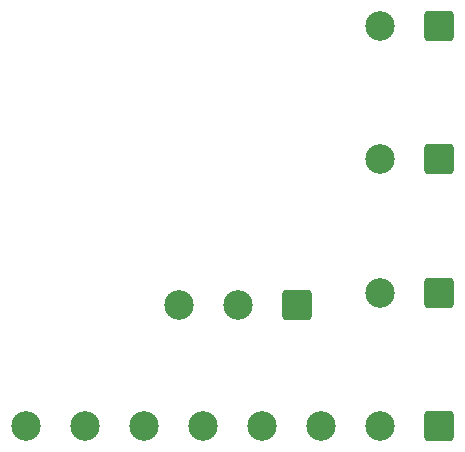
<source format=gbr>
%TF.GenerationSoftware,KiCad,Pcbnew,9.0.2*%
%TF.CreationDate,2025-05-31T05:55:54-04:00*%
%TF.ProjectId,micro autodoor,6d696372-6f20-4617-9574-6f646f6f722e,rev?*%
%TF.SameCoordinates,Original*%
%TF.FileFunction,Soldermask,Bot*%
%TF.FilePolarity,Negative*%
%FSLAX46Y46*%
G04 Gerber Fmt 4.6, Leading zero omitted, Abs format (unit mm)*
G04 Created by KiCad (PCBNEW 9.0.2) date 2025-05-31 05:55:54*
%MOMM*%
%LPD*%
G01*
G04 APERTURE LIST*
G04 Aperture macros list*
%AMRoundRect*
0 Rectangle with rounded corners*
0 $1 Rounding radius*
0 $2 $3 $4 $5 $6 $7 $8 $9 X,Y pos of 4 corners*
0 Add a 4 corners polygon primitive as box body*
4,1,4,$2,$3,$4,$5,$6,$7,$8,$9,$2,$3,0*
0 Add four circle primitives for the rounded corners*
1,1,$1+$1,$2,$3*
1,1,$1+$1,$4,$5*
1,1,$1+$1,$6,$7*
1,1,$1+$1,$8,$9*
0 Add four rect primitives between the rounded corners*
20,1,$1+$1,$2,$3,$4,$5,0*
20,1,$1+$1,$4,$5,$6,$7,0*
20,1,$1+$1,$6,$7,$8,$9,0*
20,1,$1+$1,$8,$9,$2,$3,0*%
G04 Aperture macros list end*
%ADD10RoundRect,0.250000X1.000000X1.000000X-1.000000X1.000000X-1.000000X-1.000000X1.000000X-1.000000X0*%
%ADD11C,2.500000*%
G04 APERTURE END LIST*
D10*
%TO.C,J5*%
X161150070Y-157327767D03*
D11*
X156150070Y-157327767D03*
X151150070Y-157327767D03*
X146150070Y-157327767D03*
X141150070Y-157327767D03*
X136150070Y-157327767D03*
X131150070Y-157327767D03*
X126150070Y-157327767D03*
%TD*%
D10*
%TO.C,J4*%
X149100070Y-147017767D03*
D11*
X144100070Y-147017767D03*
X139100070Y-147017767D03*
%TD*%
D10*
%TO.C,J3*%
X161150070Y-123387767D03*
D11*
X156150070Y-123387767D03*
%TD*%
D10*
%TO.C,J2*%
X161150070Y-134702767D03*
D11*
X156150070Y-134702767D03*
%TD*%
D10*
%TO.C,J1*%
X161150070Y-146017767D03*
D11*
X156150070Y-146017767D03*
%TD*%
M02*

</source>
